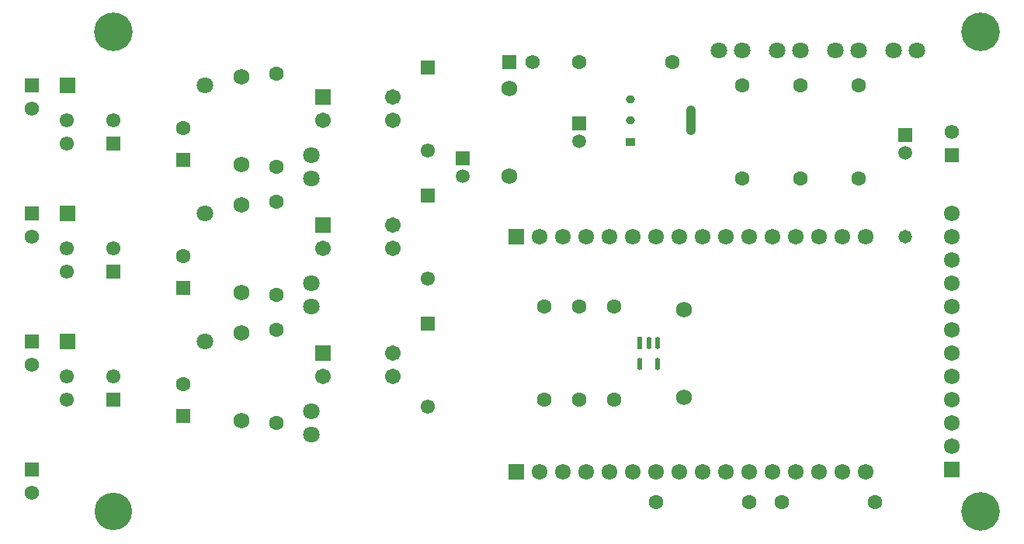
<source format=gbs>
G04*
G04 #@! TF.GenerationSoftware,Altium Limited,Altium Designer,18.0.7 (293)*
G04*
G04 Layer_Color=16711935*
%FSLAX24Y24*%
%MOIN*%
G70*
G01*
G75*
%ADD16R,0.0610X0.0610*%
%ADD17C,0.0610*%
%ADD18C,0.1655*%
%ADD19C,0.1615*%
%ADD20R,0.0678X0.0678*%
%ADD21C,0.0678*%
%ADD22C,0.0631*%
%ADD23R,0.0611X0.0611*%
%ADD24C,0.0611*%
%ADD25C,0.0710*%
%ADD26R,0.0710X0.0710*%
%ADD27C,0.0592*%
%ADD28R,0.0592X0.0592*%
%ADD29R,0.0678X0.0678*%
%ADD30C,0.0671*%
%ADD31R,0.0671X0.0671*%
%ADD32C,0.0690*%
%ADD33R,0.0618X0.0618*%
%ADD34R,0.0618X0.0618*%
%ADD35C,0.0618*%
%ADD36R,0.0631X0.0631*%
%ADD37C,0.0580*%
%ADD55R,0.0395X0.0343*%
G04:AMPARAMS|DCode=56|XSize=39.5mil|YSize=125.3mil|CornerRadius=17.2mil|HoleSize=0mil|Usage=FLASHONLY|Rotation=0.000|XOffset=0mil|YOffset=0mil|HoleType=Round|Shape=RoundedRectangle|*
%AMROUNDEDRECTD56*
21,1,0.0395,0.0909,0,0,0.0*
21,1,0.0051,0.1253,0,0,0.0*
1,1,0.0344,0.0026,-0.0454*
1,1,0.0344,-0.0026,-0.0454*
1,1,0.0344,-0.0026,0.0454*
1,1,0.0344,0.0026,0.0454*
%
%ADD56ROUNDEDRECTD56*%
G04:AMPARAMS|DCode=57|XSize=39.5mil|YSize=34.3mil|CornerRadius=17.2mil|HoleSize=0mil|Usage=FLASHONLY|Rotation=0.000|XOffset=0mil|YOffset=0mil|HoleType=Round|Shape=RoundedRectangle|*
%AMROUNDEDRECTD57*
21,1,0.0395,0.0000,0,0,0.0*
21,1,0.0052,0.0343,0,0,0.0*
1,1,0.0343,0.0026,0.0000*
1,1,0.0343,-0.0026,0.0000*
1,1,0.0343,-0.0026,0.0000*
1,1,0.0343,0.0026,0.0000*
%
%ADD57ROUNDEDRECTD57*%
G04:AMPARAMS|DCode=58|XSize=52.7mil|YSize=22.8mil|CornerRadius=11.4mil|HoleSize=0mil|Usage=FLASHONLY|Rotation=270.000|XOffset=0mil|YOffset=0mil|HoleType=Round|Shape=RoundedRectangle|*
%AMROUNDEDRECTD58*
21,1,0.0527,0.0000,0,0,270.0*
21,1,0.0299,0.0228,0,0,270.0*
1,1,0.0228,0.0000,-0.0150*
1,1,0.0228,0.0000,0.0150*
1,1,0.0228,0.0000,0.0150*
1,1,0.0228,0.0000,-0.0150*
%
%ADD58ROUNDEDRECTD58*%
%ADD59R,0.0228X0.0527*%
D16*
X5500Y6000D02*
D03*
Y11500D02*
D03*
Y17000D02*
D03*
D17*
Y7000D02*
D03*
X3500Y6000D02*
D03*
Y7000D02*
D03*
X5500Y12500D02*
D03*
X3500Y11500D02*
D03*
Y12500D02*
D03*
X5500Y18000D02*
D03*
X3500D02*
D03*
Y17000D02*
D03*
D18*
X42750Y21800D02*
D03*
Y1200D02*
D03*
X5500Y21800D02*
D03*
D19*
Y1200D02*
D03*
D20*
X22800Y13000D02*
D03*
Y2900D02*
D03*
D21*
X26800Y13000D02*
D03*
X27800D02*
D03*
X25800D02*
D03*
X23800D02*
D03*
X33800D02*
D03*
X31800D02*
D03*
X28800D02*
D03*
X24800D02*
D03*
X29800D02*
D03*
X30800D02*
D03*
X32800D02*
D03*
X34800D02*
D03*
X35800D02*
D03*
X36800D02*
D03*
X37800D02*
D03*
X41500Y14000D02*
D03*
Y13000D02*
D03*
Y11000D02*
D03*
Y10000D02*
D03*
Y8000D02*
D03*
Y7000D02*
D03*
Y6000D02*
D03*
Y4000D02*
D03*
Y5000D02*
D03*
Y9000D02*
D03*
Y12000D02*
D03*
X33800Y2900D02*
D03*
X31800D02*
D03*
X29800D02*
D03*
X30800D02*
D03*
X32800D02*
D03*
X34800D02*
D03*
X35800D02*
D03*
X36800D02*
D03*
X25800D02*
D03*
X28800D02*
D03*
X24800D02*
D03*
X23800D02*
D03*
X26800D02*
D03*
X27800D02*
D03*
X37800D02*
D03*
D22*
X27000Y6000D02*
D03*
Y10000D02*
D03*
X37500Y15500D02*
D03*
Y19500D02*
D03*
X35000Y15500D02*
D03*
Y19500D02*
D03*
X32500Y15500D02*
D03*
Y19500D02*
D03*
X12500Y5000D02*
D03*
Y9000D02*
D03*
Y10500D02*
D03*
Y14500D02*
D03*
Y16000D02*
D03*
Y20000D02*
D03*
X38200Y1600D02*
D03*
X34200D02*
D03*
X32800D02*
D03*
X28800D02*
D03*
X25500Y20500D02*
D03*
X24000Y6000D02*
D03*
X29500Y20500D02*
D03*
X8500Y6689D02*
D03*
Y12189D02*
D03*
Y17689D02*
D03*
X25500Y6000D02*
D03*
X24000Y10000D02*
D03*
X25500D02*
D03*
D23*
X19000Y9272D02*
D03*
Y14772D02*
D03*
Y20272D02*
D03*
D24*
Y5728D02*
D03*
Y11228D02*
D03*
Y16728D02*
D03*
D25*
X9453Y8500D02*
D03*
X14000Y10000D02*
D03*
Y11000D02*
D03*
X31500Y21000D02*
D03*
X32500D02*
D03*
X40000D02*
D03*
X39000D02*
D03*
X36500D02*
D03*
X37500D02*
D03*
X34000D02*
D03*
X35000D02*
D03*
X14000Y5500D02*
D03*
Y16500D02*
D03*
X9453Y14000D02*
D03*
Y19500D02*
D03*
X14000Y4500D02*
D03*
Y15500D02*
D03*
D26*
X3547Y8500D02*
D03*
Y14000D02*
D03*
Y19500D02*
D03*
D27*
X39500Y16606D02*
D03*
X20500Y15606D02*
D03*
X25500Y17106D02*
D03*
D28*
X39500Y17394D02*
D03*
X20500Y16394D02*
D03*
X25500Y17894D02*
D03*
D29*
X41500Y3000D02*
D03*
D30*
X17500Y18000D02*
D03*
X14500D02*
D03*
X17500Y19000D02*
D03*
Y12500D02*
D03*
X14500D02*
D03*
X17500Y13500D02*
D03*
Y7000D02*
D03*
X14500D02*
D03*
X17500Y8000D02*
D03*
D31*
X14500Y19000D02*
D03*
Y13500D02*
D03*
Y8000D02*
D03*
D32*
X11000Y16122D02*
D03*
Y19878D02*
D03*
Y10622D02*
D03*
Y14378D02*
D03*
Y5122D02*
D03*
Y8878D02*
D03*
X30000Y6122D02*
D03*
X22500Y15622D02*
D03*
Y19378D02*
D03*
X30000Y9878D02*
D03*
D33*
X2000Y8500D02*
D03*
Y14000D02*
D03*
Y19500D02*
D03*
Y3000D02*
D03*
X41500Y16500D02*
D03*
D34*
X22500Y20500D02*
D03*
D35*
X2000Y13000D02*
D03*
Y18500D02*
D03*
Y2000D02*
D03*
Y7500D02*
D03*
X41500Y17500D02*
D03*
X23500Y20500D02*
D03*
D36*
X8500Y5311D02*
D03*
Y10811D02*
D03*
Y16311D02*
D03*
D37*
X39500Y13000D02*
D03*
D55*
X27703Y17098D02*
D03*
D56*
X30297Y18000D02*
D03*
D57*
X27703D02*
D03*
Y18902D02*
D03*
D58*
X28874Y7561D02*
D03*
X28126D02*
D03*
X28874Y8439D02*
D03*
X28500D02*
D03*
D59*
X28126D02*
D03*
M02*

</source>
